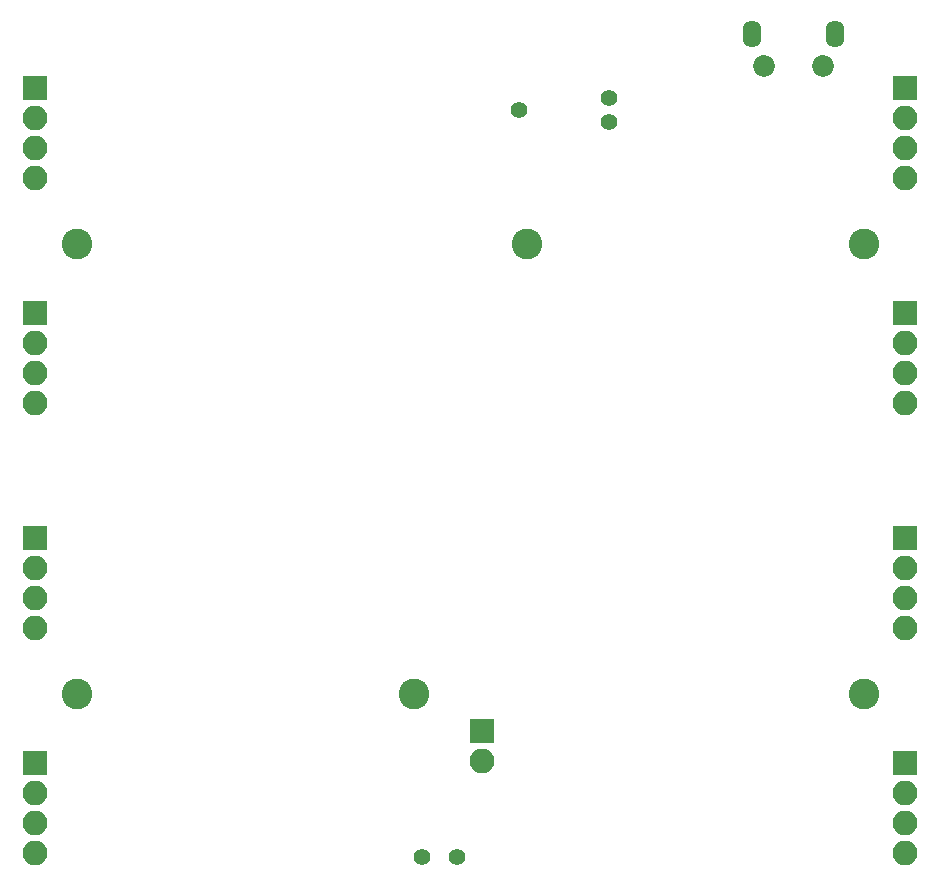
<source format=gbr>
G04 #@! TF.GenerationSoftware,KiCad,Pcbnew,(5.0.0)*
G04 #@! TF.CreationDate,2020-11-22T21:48:28-06:00*
G04 #@! TF.ProjectId,4x4_platform,3478345F706C6174666F726D2E6B6963,rev?*
G04 #@! TF.SameCoordinates,Original*
G04 #@! TF.FileFunction,Soldermask,Bot*
G04 #@! TF.FilePolarity,Negative*
%FSLAX46Y46*%
G04 Gerber Fmt 4.6, Leading zero omitted, Abs format (unit mm)*
G04 Created by KiCad (PCBNEW (5.0.0)) date 11/22/20 21:48:28*
%MOMM*%
%LPD*%
G01*
G04 APERTURE LIST*
%ADD10R,2.100000X2.100000*%
%ADD11O,2.100000X2.100000*%
%ADD12C,2.600000*%
%ADD13C,1.400000*%
%ADD14C,1.850000*%
%ADD15O,1.600000X2.300000*%
%ADD16C,1.390600*%
G04 APERTURE END LIST*
D10*
G04 #@! TO.C,J1*
X77470000Y-82232500D03*
D11*
X77470000Y-84772500D03*
X77470000Y-87312500D03*
X77470000Y-89852500D03*
G04 #@! TD*
G04 #@! TO.C,J2*
X77470000Y-108902500D03*
X77470000Y-106362500D03*
X77470000Y-103822500D03*
D10*
X77470000Y-101282500D03*
G04 #@! TD*
G04 #@! TO.C,J3*
X77470000Y-120332500D03*
D11*
X77470000Y-122872500D03*
X77470000Y-125412500D03*
X77470000Y-127952500D03*
G04 #@! TD*
G04 #@! TO.C,J4*
X77470000Y-147002500D03*
X77470000Y-144462500D03*
X77470000Y-141922500D03*
D10*
X77470000Y-139382500D03*
G04 #@! TD*
G04 #@! TO.C,J5*
X151130000Y-82232500D03*
D11*
X151130000Y-84772500D03*
X151130000Y-87312500D03*
X151130000Y-89852500D03*
G04 #@! TD*
G04 #@! TO.C,J6*
X151130000Y-108902500D03*
X151130000Y-106362500D03*
X151130000Y-103822500D03*
D10*
X151130000Y-101282500D03*
G04 #@! TD*
G04 #@! TO.C,J7*
X151130000Y-120332500D03*
D11*
X151130000Y-122872500D03*
X151130000Y-125412500D03*
X151130000Y-127952500D03*
G04 #@! TD*
G04 #@! TO.C,J8*
X151130000Y-147002500D03*
X151130000Y-144462500D03*
X151130000Y-141922500D03*
D10*
X151130000Y-139382500D03*
G04 #@! TD*
D12*
G04 #@! TO.C,J11*
X81026000Y-133477000D03*
G04 #@! TD*
G04 #@! TO.C,J12*
X147701000Y-95377000D03*
G04 #@! TD*
G04 #@! TO.C,J13*
X147701000Y-133477000D03*
G04 #@! TD*
G04 #@! TO.C,J14*
X109601000Y-133477000D03*
G04 #@! TD*
G04 #@! TO.C,J15*
X119126000Y-95377000D03*
G04 #@! TD*
G04 #@! TO.C,J16*
X81026000Y-95377000D03*
G04 #@! TD*
D13*
G04 #@! TO.C,SW1*
X110260000Y-147320000D03*
X113260000Y-147320000D03*
G04 #@! TD*
D14*
G04 #@! TO.C,J17*
X144206600Y-80354900D03*
X139206600Y-80354900D03*
D15*
X145206600Y-77654900D03*
X138206600Y-77654900D03*
G04 #@! TD*
D10*
G04 #@! TO.C,J10*
X115316000Y-136652000D03*
D11*
X115316000Y-139192000D03*
G04 #@! TD*
D16*
G04 #@! TO.C,J9*
X126110997Y-83058002D03*
X126110997Y-85090002D03*
X118490997Y-84074002D03*
G04 #@! TD*
M02*

</source>
